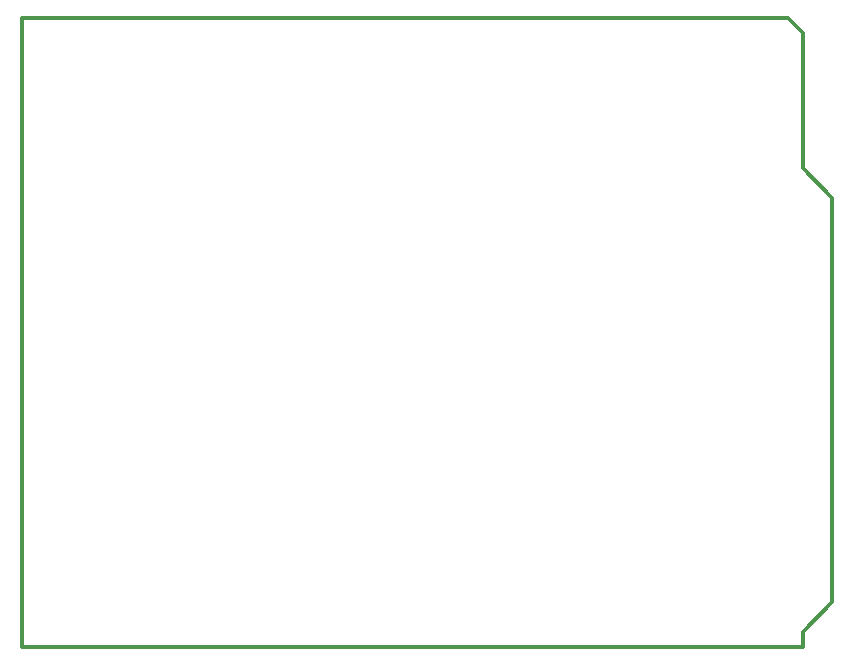
<source format=gko>
%FSTAX43Y43*%
%MOMM*%
G71*
G01*
G75*
G04 Layer_Color=16763955*
G04:AMPARAMS|DCode=10|XSize=0.9mm|YSize=0.8mm|CornerRadius=0.2mm|HoleSize=0mm|Usage=FLASHONLY|Rotation=90.000|XOffset=0mm|YOffset=0mm|HoleType=Round|Shape=RoundedRectangle|*
%AMROUNDEDRECTD10*
21,1,0.900,0.400,0,0,90.0*
21,1,0.500,0.800,0,0,90.0*
1,1,0.400,0.200,0.250*
1,1,0.400,0.200,-0.250*
1,1,0.400,-0.200,-0.250*
1,1,0.400,-0.200,0.250*
%
%ADD10ROUNDEDRECTD10*%
G04:AMPARAMS|DCode=11|XSize=4.3mm|YSize=1.9mm|CornerRadius=0.475mm|HoleSize=0mm|Usage=FLASHONLY|Rotation=270.000|XOffset=0mm|YOffset=0mm|HoleType=Round|Shape=RoundedRectangle|*
%AMROUNDEDRECTD11*
21,1,4.300,0.950,0,0,270.0*
21,1,3.350,1.900,0,0,270.0*
1,1,0.950,-0.475,-1.675*
1,1,0.950,-0.475,1.675*
1,1,0.950,0.475,1.675*
1,1,0.950,0.475,-1.675*
%
%ADD11ROUNDEDRECTD11*%
G04:AMPARAMS|DCode=12|XSize=1.5mm|YSize=1.25mm|CornerRadius=0.313mm|HoleSize=0mm|Usage=FLASHONLY|Rotation=0.000|XOffset=0mm|YOffset=0mm|HoleType=Round|Shape=RoundedRectangle|*
%AMROUNDEDRECTD12*
21,1,1.500,0.625,0,0,0.0*
21,1,0.875,1.250,0,0,0.0*
1,1,0.625,0.438,-0.313*
1,1,0.625,-0.438,-0.313*
1,1,0.625,-0.438,0.313*
1,1,0.625,0.438,0.313*
%
%ADD12ROUNDEDRECTD12*%
G04:AMPARAMS|DCode=13|XSize=0.9mm|YSize=0.8mm|CornerRadius=0.2mm|HoleSize=0mm|Usage=FLASHONLY|Rotation=180.000|XOffset=0mm|YOffset=0mm|HoleType=Round|Shape=RoundedRectangle|*
%AMROUNDEDRECTD13*
21,1,0.900,0.400,0,0,180.0*
21,1,0.500,0.800,0,0,180.0*
1,1,0.400,-0.250,0.200*
1,1,0.400,0.250,0.200*
1,1,0.400,0.250,-0.200*
1,1,0.400,-0.250,-0.200*
%
%ADD13ROUNDEDRECTD13*%
G04:AMPARAMS|DCode=14|XSize=1.5mm|YSize=1.25mm|CornerRadius=0.313mm|HoleSize=0mm|Usage=FLASHONLY|Rotation=90.000|XOffset=0mm|YOffset=0mm|HoleType=Round|Shape=RoundedRectangle|*
%AMROUNDEDRECTD14*
21,1,1.500,0.625,0,0,90.0*
21,1,0.875,1.250,0,0,90.0*
1,1,0.625,0.313,0.438*
1,1,0.625,0.313,-0.438*
1,1,0.625,-0.313,-0.438*
1,1,0.625,-0.313,0.438*
%
%ADD14ROUNDEDRECTD14*%
G04:AMPARAMS|DCode=15|XSize=2.65mm|YSize=1.75mm|CornerRadius=0.438mm|HoleSize=0mm|Usage=FLASHONLY|Rotation=90.000|XOffset=0mm|YOffset=0mm|HoleType=Round|Shape=RoundedRectangle|*
%AMROUNDEDRECTD15*
21,1,2.650,0.875,0,0,90.0*
21,1,1.775,1.750,0,0,90.0*
1,1,0.875,0.438,0.887*
1,1,0.875,0.438,-0.887*
1,1,0.875,-0.438,-0.887*
1,1,0.875,-0.438,0.887*
%
%ADD15ROUNDEDRECTD15*%
G04:AMPARAMS|DCode=16|XSize=3.28mm|YSize=1.5mm|CornerRadius=0.375mm|HoleSize=0mm|Usage=FLASHONLY|Rotation=270.000|XOffset=0mm|YOffset=0mm|HoleType=Round|Shape=RoundedRectangle|*
%AMROUNDEDRECTD16*
21,1,3.280,0.750,0,0,270.0*
21,1,2.530,1.500,0,0,270.0*
1,1,0.750,-0.375,-1.265*
1,1,0.750,-0.375,1.265*
1,1,0.750,0.375,1.265*
1,1,0.750,0.375,-1.265*
%
%ADD16ROUNDEDRECTD16*%
G04:AMPARAMS|DCode=17|XSize=1mm|YSize=1.5mm|CornerRadius=0.25mm|HoleSize=0mm|Usage=FLASHONLY|Rotation=270.000|XOffset=0mm|YOffset=0mm|HoleType=Round|Shape=RoundedRectangle|*
%AMROUNDEDRECTD17*
21,1,1.000,1.000,0,0,270.0*
21,1,0.500,1.500,0,0,270.0*
1,1,0.500,-0.500,-0.250*
1,1,0.500,-0.500,0.250*
1,1,0.500,0.500,0.250*
1,1,0.500,0.500,-0.250*
%
%ADD17ROUNDEDRECTD17*%
G04:AMPARAMS|DCode=18|XSize=1.3mm|YSize=1mm|CornerRadius=0.25mm|HoleSize=0mm|Usage=FLASHONLY|Rotation=270.000|XOffset=0mm|YOffset=0mm|HoleType=Round|Shape=RoundedRectangle|*
%AMROUNDEDRECTD18*
21,1,1.300,0.500,0,0,270.0*
21,1,0.800,1.000,0,0,270.0*
1,1,0.500,-0.250,-0.400*
1,1,0.500,-0.250,0.400*
1,1,0.500,0.250,0.400*
1,1,0.500,0.250,-0.400*
%
%ADD18ROUNDEDRECTD18*%
G04:AMPARAMS|DCode=19|XSize=1.5mm|YSize=1.3mm|CornerRadius=0.325mm|HoleSize=0mm|Usage=FLASHONLY|Rotation=90.000|XOffset=0mm|YOffset=0mm|HoleType=Round|Shape=RoundedRectangle|*
%AMROUNDEDRECTD19*
21,1,1.500,0.650,0,0,90.0*
21,1,0.850,1.300,0,0,90.0*
1,1,0.650,0.325,0.425*
1,1,0.650,0.325,-0.425*
1,1,0.650,-0.325,-0.425*
1,1,0.650,-0.325,0.425*
%
%ADD19ROUNDEDRECTD19*%
G04:AMPARAMS|DCode=20|XSize=0.8mm|YSize=1mm|CornerRadius=0.2mm|HoleSize=0mm|Usage=FLASHONLY|Rotation=180.000|XOffset=0mm|YOffset=0mm|HoleType=Round|Shape=RoundedRectangle|*
%AMROUNDEDRECTD20*
21,1,0.800,0.600,0,0,180.0*
21,1,0.400,1.000,0,0,180.0*
1,1,0.400,-0.200,0.300*
1,1,0.400,0.200,0.300*
1,1,0.400,0.200,-0.300*
1,1,0.400,-0.200,-0.300*
%
%ADD20ROUNDEDRECTD20*%
%ADD21O,0.400X2.100*%
G04:AMPARAMS|DCode=22|XSize=1.6mm|YSize=0.4mm|CornerRadius=0.1mm|HoleSize=0mm|Usage=FLASHONLY|Rotation=270.000|XOffset=0mm|YOffset=0mm|HoleType=Round|Shape=RoundedRectangle|*
%AMROUNDEDRECTD22*
21,1,1.600,0.200,0,0,270.0*
21,1,1.400,0.400,0,0,270.0*
1,1,0.200,-0.100,-0.700*
1,1,0.200,-0.100,0.700*
1,1,0.200,0.100,0.700*
1,1,0.200,0.100,-0.700*
%
%ADD22ROUNDEDRECTD22*%
G04:AMPARAMS|DCode=23|XSize=2.5mm|YSize=2mm|CornerRadius=0.5mm|HoleSize=0mm|Usage=FLASHONLY|Rotation=180.000|XOffset=0mm|YOffset=0mm|HoleType=Round|Shape=RoundedRectangle|*
%AMROUNDEDRECTD23*
21,1,2.500,1.000,0,0,180.0*
21,1,1.500,2.000,0,0,180.0*
1,1,1.000,-0.750,0.500*
1,1,1.000,0.750,0.500*
1,1,1.000,0.750,-0.500*
1,1,1.000,-0.750,-0.500*
%
%ADD23ROUNDEDRECTD23*%
%ADD24O,2.250X0.500*%
G04:AMPARAMS|DCode=25|XSize=1.5mm|YSize=1mm|CornerRadius=0.25mm|HoleSize=0mm|Usage=FLASHONLY|Rotation=90.000|XOffset=0mm|YOffset=0mm|HoleType=Round|Shape=RoundedRectangle|*
%AMROUNDEDRECTD25*
21,1,1.500,0.500,0,0,90.0*
21,1,1.000,1.000,0,0,90.0*
1,1,0.500,0.250,0.500*
1,1,0.500,0.250,-0.500*
1,1,0.500,-0.250,-0.500*
1,1,0.500,-0.250,0.500*
%
%ADD25ROUNDEDRECTD25*%
%ADD26C,0.300*%
%ADD27C,0.400*%
%ADD28C,0.500*%
%ADD29C,1.000*%
%ADD30C,1.500*%
%ADD31C,0.800*%
%ADD32C,0.700*%
%ADD33C,1.000*%
%ADD34C,1.300*%
%ADD35C,1.600*%
G04:AMPARAMS|DCode=36|XSize=2.54mm|YSize=4.064mm|CornerRadius=0.635mm|HoleSize=0mm|Usage=FLASHONLY|Rotation=0.000|XOffset=0mm|YOffset=0mm|HoleType=Round|Shape=RoundedRectangle|*
%AMROUNDEDRECTD36*
21,1,2.540,2.794,0,0,0.0*
21,1,1.270,4.064,0,0,0.0*
1,1,1.270,0.635,-1.397*
1,1,1.270,-0.635,-1.397*
1,1,1.270,-0.635,1.397*
1,1,1.270,0.635,1.397*
%
%ADD36ROUNDEDRECTD36*%
G04:AMPARAMS|DCode=37|XSize=4.064mm|YSize=2.54mm|CornerRadius=0.635mm|HoleSize=0mm|Usage=FLASHONLY|Rotation=0.000|XOffset=0mm|YOffset=0mm|HoleType=Round|Shape=RoundedRectangle|*
%AMROUNDEDRECTD37*
21,1,4.064,1.270,0,0,0.0*
21,1,2.794,2.540,0,0,0.0*
1,1,1.270,1.397,-0.635*
1,1,1.270,-1.397,-0.635*
1,1,1.270,-1.397,0.635*
1,1,1.270,1.397,0.635*
%
%ADD37ROUNDEDRECTD37*%
%ADD38C,0.700*%
%ADD39C,0.800*%
%ADD40C,3.200*%
%ADD41C,0.200*%
%ADD42C,0.250*%
%ADD43C,0.013*%
%ADD44C,0.006*%
G04:AMPARAMS|DCode=45|XSize=1.103mm|YSize=1.003mm|CornerRadius=0.302mm|HoleSize=0mm|Usage=FLASHONLY|Rotation=90.000|XOffset=0mm|YOffset=0mm|HoleType=Round|Shape=RoundedRectangle|*
%AMROUNDEDRECTD45*
21,1,1.103,0.400,0,0,90.0*
21,1,0.500,1.003,0,0,90.0*
1,1,0.603,0.200,0.250*
1,1,0.603,0.200,-0.250*
1,1,0.603,-0.200,-0.250*
1,1,0.603,-0.200,0.250*
%
%ADD45ROUNDEDRECTD45*%
G04:AMPARAMS|DCode=46|XSize=4.5mm|YSize=2.1mm|CornerRadius=0.575mm|HoleSize=0mm|Usage=FLASHONLY|Rotation=270.000|XOffset=0mm|YOffset=0mm|HoleType=Round|Shape=RoundedRectangle|*
%AMROUNDEDRECTD46*
21,1,4.500,0.950,0,0,270.0*
21,1,3.350,2.100,0,0,270.0*
1,1,1.150,-0.475,-1.675*
1,1,1.150,-0.475,1.675*
1,1,1.150,0.475,1.675*
1,1,1.150,0.475,-1.675*
%
%ADD46ROUNDEDRECTD46*%
G04:AMPARAMS|DCode=47|XSize=1.703mm|YSize=1.453mm|CornerRadius=0.414mm|HoleSize=0mm|Usage=FLASHONLY|Rotation=0.000|XOffset=0mm|YOffset=0mm|HoleType=Round|Shape=RoundedRectangle|*
%AMROUNDEDRECTD47*
21,1,1.703,0.625,0,0,0.0*
21,1,0.875,1.453,0,0,0.0*
1,1,0.828,0.438,-0.313*
1,1,0.828,-0.438,-0.313*
1,1,0.828,-0.438,0.313*
1,1,0.828,0.438,0.313*
%
%ADD47ROUNDEDRECTD47*%
G04:AMPARAMS|DCode=48|XSize=1.103mm|YSize=1.003mm|CornerRadius=0.302mm|HoleSize=0mm|Usage=FLASHONLY|Rotation=180.000|XOffset=0mm|YOffset=0mm|HoleType=Round|Shape=RoundedRectangle|*
%AMROUNDEDRECTD48*
21,1,1.103,0.400,0,0,180.0*
21,1,0.500,1.003,0,0,180.0*
1,1,0.603,-0.250,0.200*
1,1,0.603,0.250,0.200*
1,1,0.603,0.250,-0.200*
1,1,0.603,-0.250,-0.200*
%
%ADD48ROUNDEDRECTD48*%
G04:AMPARAMS|DCode=49|XSize=1.703mm|YSize=1.453mm|CornerRadius=0.414mm|HoleSize=0mm|Usage=FLASHONLY|Rotation=90.000|XOffset=0mm|YOffset=0mm|HoleType=Round|Shape=RoundedRectangle|*
%AMROUNDEDRECTD49*
21,1,1.703,0.625,0,0,90.0*
21,1,0.875,1.453,0,0,90.0*
1,1,0.828,0.313,0.438*
1,1,0.828,0.313,-0.438*
1,1,0.828,-0.313,-0.438*
1,1,0.828,-0.313,0.438*
%
%ADD49ROUNDEDRECTD49*%
G04:AMPARAMS|DCode=50|XSize=2.853mm|YSize=1.953mm|CornerRadius=0.539mm|HoleSize=0mm|Usage=FLASHONLY|Rotation=90.000|XOffset=0mm|YOffset=0mm|HoleType=Round|Shape=RoundedRectangle|*
%AMROUNDEDRECTD50*
21,1,2.853,0.875,0,0,90.0*
21,1,1.775,1.953,0,0,90.0*
1,1,1.078,0.438,0.887*
1,1,1.078,0.438,-0.887*
1,1,1.078,-0.438,-0.887*
1,1,1.078,-0.438,0.887*
%
%ADD50ROUNDEDRECTD50*%
G04:AMPARAMS|DCode=51|XSize=3.483mm|YSize=1.703mm|CornerRadius=0.477mm|HoleSize=0mm|Usage=FLASHONLY|Rotation=270.000|XOffset=0mm|YOffset=0mm|HoleType=Round|Shape=RoundedRectangle|*
%AMROUNDEDRECTD51*
21,1,3.483,0.750,0,0,270.0*
21,1,2.530,1.703,0,0,270.0*
1,1,0.953,-0.375,-1.265*
1,1,0.953,-0.375,1.265*
1,1,0.953,0.375,1.265*
1,1,0.953,0.375,-1.265*
%
%ADD51ROUNDEDRECTD51*%
G04:AMPARAMS|DCode=52|XSize=1.203mm|YSize=1.703mm|CornerRadius=0.352mm|HoleSize=0mm|Usage=FLASHONLY|Rotation=270.000|XOffset=0mm|YOffset=0mm|HoleType=Round|Shape=RoundedRectangle|*
%AMROUNDEDRECTD52*
21,1,1.203,1.000,0,0,270.0*
21,1,0.500,1.703,0,0,270.0*
1,1,0.703,-0.500,-0.250*
1,1,0.703,-0.500,0.250*
1,1,0.703,0.500,0.250*
1,1,0.703,0.500,-0.250*
%
%ADD52ROUNDEDRECTD52*%
G04:AMPARAMS|DCode=53|XSize=1.503mm|YSize=1.203mm|CornerRadius=0.352mm|HoleSize=0mm|Usage=FLASHONLY|Rotation=270.000|XOffset=0mm|YOffset=0mm|HoleType=Round|Shape=RoundedRectangle|*
%AMROUNDEDRECTD53*
21,1,1.503,0.500,0,0,270.0*
21,1,0.800,1.203,0,0,270.0*
1,1,0.703,-0.250,-0.400*
1,1,0.703,-0.250,0.400*
1,1,0.703,0.250,0.400*
1,1,0.703,0.250,-0.400*
%
%ADD53ROUNDEDRECTD53*%
G04:AMPARAMS|DCode=54|XSize=1.703mm|YSize=1.503mm|CornerRadius=0.427mm|HoleSize=0mm|Usage=FLASHONLY|Rotation=90.000|XOffset=0mm|YOffset=0mm|HoleType=Round|Shape=RoundedRectangle|*
%AMROUNDEDRECTD54*
21,1,1.703,0.650,0,0,90.0*
21,1,0.850,1.503,0,0,90.0*
1,1,0.853,0.325,0.425*
1,1,0.853,0.325,-0.425*
1,1,0.853,-0.325,-0.425*
1,1,0.853,-0.325,0.425*
%
%ADD54ROUNDEDRECTD54*%
G04:AMPARAMS|DCode=55|XSize=1mm|YSize=1.2mm|CornerRadius=0.3mm|HoleSize=0mm|Usage=FLASHONLY|Rotation=180.000|XOffset=0mm|YOffset=0mm|HoleType=Round|Shape=RoundedRectangle|*
%AMROUNDEDRECTD55*
21,1,1.000,0.600,0,0,180.0*
21,1,0.400,1.200,0,0,180.0*
1,1,0.600,-0.200,0.300*
1,1,0.600,0.200,0.300*
1,1,0.600,0.200,-0.300*
1,1,0.600,-0.200,-0.300*
%
%ADD55ROUNDEDRECTD55*%
%ADD56O,0.603X2.303*%
G04:AMPARAMS|DCode=57|XSize=1.803mm|YSize=0.603mm|CornerRadius=0.202mm|HoleSize=0mm|Usage=FLASHONLY|Rotation=270.000|XOffset=0mm|YOffset=0mm|HoleType=Round|Shape=RoundedRectangle|*
%AMROUNDEDRECTD57*
21,1,1.803,0.200,0,0,270.0*
21,1,1.400,0.603,0,0,270.0*
1,1,0.403,-0.100,-0.700*
1,1,0.403,-0.100,0.700*
1,1,0.403,0.100,0.700*
1,1,0.403,0.100,-0.700*
%
%ADD57ROUNDEDRECTD57*%
G04:AMPARAMS|DCode=58|XSize=2.703mm|YSize=2.203mm|CornerRadius=0.602mm|HoleSize=0mm|Usage=FLASHONLY|Rotation=180.000|XOffset=0mm|YOffset=0mm|HoleType=Round|Shape=RoundedRectangle|*
%AMROUNDEDRECTD58*
21,1,2.703,1.000,0,0,180.0*
21,1,1.500,2.203,0,0,180.0*
1,1,1.203,-0.750,0.500*
1,1,1.203,0.750,0.500*
1,1,1.203,0.750,-0.500*
1,1,1.203,-0.750,-0.500*
%
%ADD58ROUNDEDRECTD58*%
%ADD59O,2.453X0.703*%
G04:AMPARAMS|DCode=60|XSize=1.703mm|YSize=1.203mm|CornerRadius=0.352mm|HoleSize=0mm|Usage=FLASHONLY|Rotation=90.000|XOffset=0mm|YOffset=0mm|HoleType=Round|Shape=RoundedRectangle|*
%AMROUNDEDRECTD60*
21,1,1.703,0.500,0,0,90.0*
21,1,1.000,1.203,0,0,90.0*
1,1,0.703,0.250,0.500*
1,1,0.703,0.250,-0.500*
1,1,0.703,-0.250,-0.500*
1,1,0.703,-0.250,0.500*
%
%ADD60ROUNDEDRECTD60*%
%ADD61C,1.203*%
%ADD62C,1.503*%
%ADD63C,1.800*%
G04:AMPARAMS|DCode=64|XSize=2.743mm|YSize=4.267mm|CornerRadius=0.737mm|HoleSize=0mm|Usage=FLASHONLY|Rotation=0.000|XOffset=0mm|YOffset=0mm|HoleType=Round|Shape=RoundedRectangle|*
%AMROUNDEDRECTD64*
21,1,2.743,2.794,0,0,0.0*
21,1,1.270,4.267,0,0,0.0*
1,1,1.473,0.635,-1.397*
1,1,1.473,-0.635,-1.397*
1,1,1.473,-0.635,1.397*
1,1,1.473,0.635,1.397*
%
%ADD64ROUNDEDRECTD64*%
G04:AMPARAMS|DCode=65|XSize=4.267mm|YSize=2.743mm|CornerRadius=0.737mm|HoleSize=0mm|Usage=FLASHONLY|Rotation=0.000|XOffset=0mm|YOffset=0mm|HoleType=Round|Shape=RoundedRectangle|*
%AMROUNDEDRECTD65*
21,1,4.267,1.270,0,0,0.0*
21,1,2.794,2.743,0,0,0.0*
1,1,1.473,1.397,-0.635*
1,1,1.473,-1.397,-0.635*
1,1,1.473,-1.397,0.635*
1,1,1.473,1.397,0.635*
%
%ADD65ROUNDEDRECTD65*%
%ADD66C,1.200*%
%ADD67C,0.903*%
%ADD68C,1.003*%
%ADD69C,3.403*%
%ADD70C,0.050*%
%ADD71C,0.100*%
D26*
X00381Y00914D02*
X010291D01*
X01042Y009011D01*
Y007868D02*
Y009011D01*
X01067Y004191D02*
Y007618D01*
X00381Y00381D02*
X010414D01*
X01042Y003941D02*
X01067Y004191D01*
X01042Y003937D02*
Y003941D01*
Y007868D02*
X01067Y007618D01*
X01042Y00381D02*
Y003937D01*
X00381Y00381D02*
Y00914D01*
M02*

</source>
